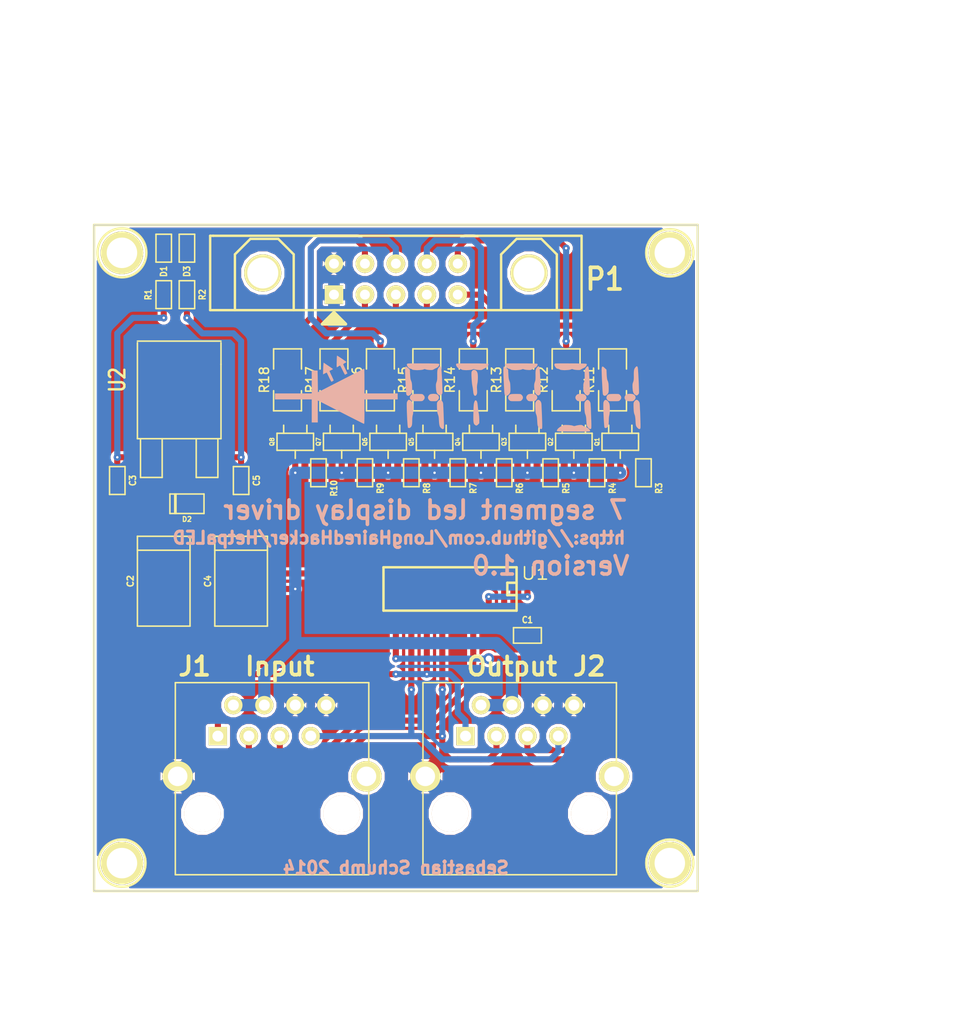
<source format=kicad_pcb>
(kicad_pcb (version 3) (host pcbnew "(2013-may-18)-stable")
  (layers (15 F.Cu signal) (0 B.Cu signal) (18 B.Paste user) (19 F.Paste user) (20 B.SilkS user) (21 F.SilkS user) (22 B.Mask user) (23 F.Mask user) (28 Edge.Cuts user))
  (net 0 "")
  (net 1 +24V)
  (net 2 +5V)
  (net 3 Clock)
  (net 4 Data_In)
  (net 5 Data_Out)
  (net 6 Enable)
  (net 7 FET_1)
  (net 8 FET_2)
  (net 9 FET_3)
  (net 10 FET_4)
  (net 11 FET_5)
  (net 12 FET_6)
  (net 13 FET_7)
  (net 14 FET_8)
  (net 15 GND)
  (net 16 N-000001)
  (net 17 N-0000010)
  (net 18 N-0000011)
  (net 19 N-0000021)
  (net 20 N-0000022)
  (net 21 N-0000024)
  (net 22 N-0000026)
  (net 23 N-000003)
  (net 24 N-0000033)
  (net 25 N-0000034)
  (net 26 N-0000036)
  (net 27 N-0000037)
  (net 28 N-000004)
  (net 29 N-0000041)
  (net 30 N-0000042)
  (net 31 N-000005)
  (net 32 N-000007)
  (net 33 N-000009)
  (net 34 Reset)
  (net 35 SEG_1)
  (net 36 SEG_2)
  (net 37 SEG_3)
  (net 38 SEG_4)
  (net 39 SEG_5)
  (net 40 SEG_6)
  (net 41 SEG_7)
  (net 42 SEG_8)
  (module RJ45_MEBP_8-8G (layer F.Cu) (at 134.62 82.55)
    (fp_text reference J2 (at 5.715 -12.065) (layer F.SilkS) (effects (font (size 1.524 1.524) (thickness 0.3048))))
    (fp_text value RJ45 hide)
    (pad "" np_thru_hole circle (at 5.715 0) (size 3 3) (drill 3) (layers *.Cu *.SilkS *.Mask))
    (pad "" np_thru_hole circle (at -5.715 0) (size 3 3) (drill 3) (layers *.Cu *.SilkS *.Mask))
    (pad 1 thru_hole rect (at -4.445 -6.35) (size 1.50114 1.50114) (drill 0.89916) (layers *.Cu *.Mask F.SilkS) (net 3 Clock))
    (pad 2 thru_hole circle (at -3.175 -8.89) (size 1.50114 1.50114) (drill 0.89916) (layers *.Cu *.Mask F.SilkS) (net 1 +24V))
    (pad 3 thru_hole circle (at -1.905 -6.35) (size 1.50114 1.50114) (drill 0.89916) (layers *.Cu *.Mask F.SilkS) (net 6 Enable))
    (pad 4 thru_hole circle (at -0.635 -8.89) (size 1.50114 1.50114) (drill 0.89916) (layers *.Cu *.Mask F.SilkS) (net 1 +24V))
    (pad 5 thru_hole circle (at 0.635 -6.35) (size 1.50114 1.50114) (drill 0.89916) (layers *.Cu *.Mask F.SilkS) (net 5 Data_Out))
    (pad 6 thru_hole circle (at 1.905 -8.89) (size 1.50114 1.50114) (drill 0.89916) (layers *.Cu *.Mask F.SilkS) (net 15 GND))
    (pad 7 thru_hole circle (at 3.175 -6.35) (size 1.50114 1.50114) (drill 0.89916) (layers *.Cu *.Mask F.SilkS) (net 34 Reset))
    (pad 8 thru_hole circle (at 4.445 -8.89) (size 1.50114 1.50114) (drill 0.89916) (layers *.Cu *.Mask F.SilkS) (net 15 GND))
    (pad 9 thru_hole circle (at -7.745 -3.05) (size 2.5 2.5) (drill 1.6) (layers *.Cu *.Mask F.SilkS) (net 15 GND))
    (pad 10 thru_hole circle (at 7.747 -3.05) (size 2.5 2.5) (drill 1.6) (layers *.Cu *.Mask F.SilkS))
  )
  (module RJ45_MEBP_8-8G (layer F.Cu) (at 114.3 82.55)
    (fp_text reference J1 (at -6.35 -12.065) (layer F.SilkS) (effects (font (size 1.524 1.524) (thickness 0.3048))))
    (fp_text value RJ45 hide)
    (pad "" np_thru_hole circle (at 5.715 0) (size 3 3) (drill 3) (layers *.Cu *.SilkS *.Mask))
    (pad "" np_thru_hole circle (at -5.715 0) (size 3 3) (drill 3) (layers *.Cu *.SilkS *.Mask))
    (pad 1 thru_hole rect (at -4.445 -6.35) (size 1.50114 1.50114) (drill 0.89916) (layers *.Cu *.Mask F.SilkS) (net 3 Clock))
    (pad 2 thru_hole circle (at -3.175 -8.89) (size 1.50114 1.50114) (drill 0.89916) (layers *.Cu *.Mask F.SilkS) (net 1 +24V))
    (pad 3 thru_hole circle (at -1.905 -6.35) (size 1.50114 1.50114) (drill 0.89916) (layers *.Cu *.Mask F.SilkS) (net 6 Enable))
    (pad 4 thru_hole circle (at -0.635 -8.89) (size 1.50114 1.50114) (drill 0.89916) (layers *.Cu *.Mask F.SilkS) (net 1 +24V))
    (pad 5 thru_hole circle (at 0.635 -6.35) (size 1.50114 1.50114) (drill 0.89916) (layers *.Cu *.Mask F.SilkS) (net 4 Data_In))
    (pad 6 thru_hole circle (at 1.905 -8.89) (size 1.50114 1.50114) (drill 0.89916) (layers *.Cu *.Mask F.SilkS) (net 15 GND))
    (pad 7 thru_hole circle (at 3.175 -6.35) (size 1.50114 1.50114) (drill 0.89916) (layers *.Cu *.Mask F.SilkS) (net 34 Reset))
    (pad 8 thru_hole circle (at 4.445 -8.89) (size 1.50114 1.50114) (drill 0.89916) (layers *.Cu *.Mask F.SilkS) (net 15 GND))
    (pad 9 thru_hole circle (at -7.745 -3.05) (size 2.5 2.5) (drill 1.6) (layers *.Cu *.Mask F.SilkS) (net 15 GND))
    (pad 10 thru_hole circle (at 7.747 -3.05) (size 2.5 2.5) (drill 1.6) (layers *.Cu *.Mask F.SilkS))
  )
  (module 1pin (layer F.Cu) (at 101.981 36.576)
    (fp_text reference 1PIN hide)
    (fp_text value P*** hide)
    (pad 1 thru_hole circle (at 0 0) (size 3.5 3.5) (drill 2.5) (layers *.Cu *.Mask F.SilkS))
  )
  (module 1pin (layer F.Cu) (at 101.981 86.614)
    (fp_text reference 1PIN hide)
    (fp_text value P*** hide)
    (pad 1 thru_hole circle (at 0 0) (size 3.5 3.5) (drill 2.5) (layers *.Cu *.Mask F.SilkS))
  )
  (module 1pin (layer F.Cu) (at 146.939 86.614)
    (fp_text reference 1PIN hide)
    (fp_text value P*** hide)
    (pad 1 thru_hole circle (at 0 0) (size 3.5 3.5) (drill 2.5) (layers *.Cu *.Mask F.SilkS))
  )
  (module 1pin (layer F.Cu) (at 146.939 36.576)
    (fp_text reference 1PIN hide)
    (fp_text value P*** hide)
    (pad 1 thru_hole circle (at 0 0) (size 3.5 3.5) (drill 2.5) (layers *.Cu *.Mask F.SilkS))
  )
  (module HE10-10C (layer F.Cu) (at 124.46 38.735 180)
    (fp_text reference P1 (at -17.145 0 360) (layer F.SilkS) (effects (font (size 1.77546 1.5875) (thickness 0.3048))))
    (fp_text value HE10-10 hide)
    (pad 0 thru_hole circle (at -10.922 0.508 180) (size 3.048 3.048) (drill 2.54) (layers *.Cu *.Mask F.SilkS))
    (pad 0 thru_hole circle (at 10.922 0.508 180) (size 3.048 3.048) (drill 2.54) (layers *.Cu *.Mask F.SilkS))
    (pad 1 thru_hole rect (at 5.08 -1.27 180) (size 1.524 1.524) (drill 0.8128) (layers *.Cu *.Mask F.SilkS) (net 15 GND))
    (pad 2 thru_hole circle (at 5.08 1.27 180) (size 1.524 1.524) (drill 0.8128) (layers *.Cu *.Mask F.SilkS) (net 15 GND))
    (pad 3 thru_hole circle (at 2.54 -1.27 180) (size 1.524 1.524) (drill 0.8128) (layers *.Cu *.Mask F.SilkS) (net 41 SEG_7))
    (pad 4 thru_hole circle (at 2.54 1.27 180) (size 1.524 1.524) (drill 0.8128) (layers *.Cu *.Mask F.SilkS) (net 42 SEG_8))
    (pad 5 thru_hole circle (at 0 -1.27 180) (size 1.524 1.524) (drill 0.8128) (layers *.Cu *.Mask F.SilkS) (net 39 SEG_5))
    (pad 6 thru_hole circle (at 0 1.27 180) (size 1.524 1.524) (drill 0.8128) (layers *.Cu *.Mask F.SilkS) (net 40 SEG_6))
    (pad 7 thru_hole circle (at -2.54 -1.27 180) (size 1.524 1.524) (drill 0.8128) (layers *.Cu *.Mask F.SilkS) (net 37 SEG_3))
    (pad 8 thru_hole circle (at -2.54 1.27 180) (size 1.524 1.524) (drill 0.8128) (layers *.Cu *.Mask F.SilkS) (net 38 SEG_4))
    (pad 9 thru_hole circle (at -5.08 -1.27 180) (size 1.524 1.524) (drill 0.8128) (layers *.Cu *.Mask F.SilkS) (net 35 SEG_1))
    (pad 10 thru_hole circle (at -5.08 1.27 180) (size 1.524 1.524) (drill 0.8128) (layers *.Cu *.Mask F.SilkS) (net 36 SEG_2))
  )
  (module c_tant_D (layer F.Cu) (at 111.76 63.5 90)
    (fp_text reference C4 (at 0 -2.7305 90) (layer F.SilkS) (effects (font (size 0.50038 0.50038) (thickness 0.11938))))
    (fp_text value 10uF hide)
    (pad 1 smd rect (at 2.99974 0 90) (size 2.55016 2.70002) (layers F.Cu F.Paste F.Mask) (net 2 +5V))
    (pad 2 smd rect (at -2.99974 0 90) (size 2.55016 3.79984) (layers F.Cu F.Paste F.Mask) (net 15 GND))
  )
  (module sot23 (layer F.Cu) (at 120.015 52.07 180)
    (fp_text reference Q7 (at 1.905 0 270) (layer F.SilkS) (effects (font (size 0.35 0.35) (thickness 0.0875))))
    (fp_text value NDS355 hide)
    (pad 1 smd rect (at -0.9525 1.05664 180) (size 0.59944 1.00076) (layers F.Cu F.Paste F.Mask) (net 26 N-0000036))
    (pad 2 smd rect (at 0 -1.05664 180) (size 0.59944 1.00076) (layers F.Cu F.Paste F.Mask) (net 1 +24V))
    (pad 3 smd rect (at 0.9525 1.05664 180) (size 0.59944 1.00076) (layers F.Cu F.Paste F.Mask) (net 25 N-0000034))
  )
  (module sot23 (layer F.Cu) (at 142.875 52.07 180)
    (fp_text reference Q1 (at 1.905 0 270) (layer F.SilkS) (effects (font (size 0.35 0.35) (thickness 0.0875))))
    (fp_text value NDS355 hide)
    (pad 1 smd rect (at -0.9525 1.05664 180) (size 0.59944 1.00076) (layers F.Cu F.Paste F.Mask) (net 19 N-0000021))
    (pad 2 smd rect (at 0 -1.05664 180) (size 0.59944 1.00076) (layers F.Cu F.Paste F.Mask) (net 1 +24V))
    (pad 3 smd rect (at 0.9525 1.05664 180) (size 0.59944 1.00076) (layers F.Cu F.Paste F.Mask) (net 18 N-0000011))
  )
  (module sot23 (layer F.Cu) (at 123.825 52.07 180)
    (fp_text reference Q6 (at 1.905 0 270) (layer F.SilkS) (effects (font (size 0.35 0.35) (thickness 0.0875))))
    (fp_text value NDS355 hide)
    (pad 1 smd rect (at -0.9525 1.05664 180) (size 0.59944 1.00076) (layers F.Cu F.Paste F.Mask) (net 24 N-0000033))
    (pad 2 smd rect (at 0 -1.05664 180) (size 0.59944 1.00076) (layers F.Cu F.Paste F.Mask) (net 1 +24V))
    (pad 3 smd rect (at 0.9525 1.05664 180) (size 0.59944 1.00076) (layers F.Cu F.Paste F.Mask) (net 17 N-0000010))
  )
  (module sot23 (layer F.Cu) (at 139.065 52.07 180)
    (fp_text reference Q2 (at 1.905 0 270) (layer F.SilkS) (effects (font (size 0.35 0.35) (thickness 0.0875))))
    (fp_text value NDS355 hide)
    (pad 1 smd rect (at -0.9525 1.05664 180) (size 0.59944 1.00076) (layers F.Cu F.Paste F.Mask) (net 21 N-0000024))
    (pad 2 smd rect (at 0 -1.05664 180) (size 0.59944 1.00076) (layers F.Cu F.Paste F.Mask) (net 1 +24V))
    (pad 3 smd rect (at 0.9525 1.05664 180) (size 0.59944 1.00076) (layers F.Cu F.Paste F.Mask) (net 20 N-0000022))
  )
  (module sot23 (layer F.Cu) (at 116.205 52.07 180)
    (fp_text reference Q8 (at 1.905 0 270) (layer F.SilkS) (effects (font (size 0.35 0.35) (thickness 0.0875))))
    (fp_text value NDS355 hide)
    (pad 1 smd rect (at -0.9525 1.05664 180) (size 0.59944 1.00076) (layers F.Cu F.Paste F.Mask) (net 22 N-0000026))
    (pad 2 smd rect (at 0 -1.05664 180) (size 0.59944 1.00076) (layers F.Cu F.Paste F.Mask) (net 1 +24V))
    (pad 3 smd rect (at 0.9525 1.05664 180) (size 0.59944 1.00076) (layers F.Cu F.Paste F.Mask) (net 27 N-0000037))
  )
  (module sot23 (layer F.Cu) (at 135.255 52.07 180)
    (fp_text reference Q3 (at 1.905 0 270) (layer F.SilkS) (effects (font (size 0.35 0.35) (thickness 0.0875))))
    (fp_text value NDS355 hide)
    (pad 1 smd rect (at -0.9525 1.05664 180) (size 0.59944 1.00076) (layers F.Cu F.Paste F.Mask) (net 28 N-000004))
    (pad 2 smd rect (at 0 -1.05664 180) (size 0.59944 1.00076) (layers F.Cu F.Paste F.Mask) (net 1 +24V))
    (pad 3 smd rect (at 0.9525 1.05664 180) (size 0.59944 1.00076) (layers F.Cu F.Paste F.Mask) (net 23 N-000003))
  )
  (module sot23 (layer F.Cu) (at 131.445 52.07 180)
    (fp_text reference Q4 (at 1.905 0 270) (layer F.SilkS) (effects (font (size 0.35 0.35) (thickness 0.0875))))
    (fp_text value NDS355 hide)
    (pad 1 smd rect (at -0.9525 1.05664 180) (size 0.59944 1.00076) (layers F.Cu F.Paste F.Mask) (net 16 N-000001))
    (pad 2 smd rect (at 0 -1.05664 180) (size 0.59944 1.00076) (layers F.Cu F.Paste F.Mask) (net 1 +24V))
    (pad 3 smd rect (at 0.9525 1.05664 180) (size 0.59944 1.00076) (layers F.Cu F.Paste F.Mask) (net 31 N-000005))
  )
  (module sot23 (layer F.Cu) (at 127.635 52.07 180)
    (fp_text reference Q5 (at 1.905 0 270) (layer F.SilkS) (effects (font (size 0.35 0.35) (thickness 0.0875))))
    (fp_text value NDS355 hide)
    (pad 1 smd rect (at -0.9525 1.05664 180) (size 0.59944 1.00076) (layers F.Cu F.Paste F.Mask) (net 33 N-000009))
    (pad 2 smd rect (at 0 -1.05664 180) (size 0.59944 1.00076) (layers F.Cu F.Paste F.Mask) (net 1 +24V))
    (pad 3 smd rect (at 0.9525 1.05664 180) (size 0.59944 1.00076) (layers F.Cu F.Paste F.Mask) (net 32 N-000007))
  )
  (module sod123 (layer F.Cu) (at 107.315 57.15 180)
    (fp_text reference D2 (at 0 -1.27 180) (layer F.SilkS) (effects (font (size 0.39878 0.39878) (thickness 0.09906))))
    (fp_text value BAT42W hide)
    (pad 2 smd rect (at 1.67386 0 180) (size 0.8509 0.8509) (layers F.Cu F.Paste F.Mask) (net 1 +24V))
    (pad 1 smd rect (at -1.67386 0 180) (size 0.8509 0.8509) (layers F.Cu F.Paste F.Mask) (net 2 +5V))
  )
  (module SO16E (layer F.Cu) (at 128.905 64.135 180)
    (fp_text reference U1 (at -6.985 1.27 180) (layer F.SilkS) (effects (font (size 1.016 1.143) (thickness 0.127))))
    (fp_text value 74HC595 hide)
    (pad 1 smd rect (at -4.445 2.54 180) (size 0.508 1.143) (layers F.Cu F.Paste F.Mask) (net 8 FET_2))
    (pad 2 smd rect (at -3.175 2.54 180) (size 0.508 1.143) (layers F.Cu F.Paste F.Mask) (net 9 FET_3))
    (pad 3 smd rect (at -1.905 2.54 180) (size 0.508 1.143) (layers F.Cu F.Paste F.Mask) (net 10 FET_4))
    (pad 4 smd rect (at -0.635 2.54 180) (size 0.508 1.143) (layers F.Cu F.Paste F.Mask) (net 11 FET_5))
    (pad 5 smd rect (at 0.635 2.54 180) (size 0.508 1.143) (layers F.Cu F.Paste F.Mask) (net 12 FET_6))
    (pad 6 smd rect (at 1.905 2.54 180) (size 0.508 1.143) (layers F.Cu F.Paste F.Mask) (net 13 FET_7))
    (pad 7 smd rect (at 3.175 2.54 180) (size 0.508 1.143) (layers F.Cu F.Paste F.Mask) (net 14 FET_8))
    (pad 8 smd rect (at 4.445 2.54 180) (size 0.508 1.143) (layers F.Cu F.Paste F.Mask) (net 15 GND))
    (pad 9 smd rect (at 4.445 -2.54 180) (size 0.508 1.143) (layers F.Cu F.Paste F.Mask) (net 5 Data_Out))
    (pad 10 smd rect (at 3.175 -2.54 180) (size 0.508 1.143) (layers F.Cu F.Paste F.Mask) (net 34 Reset))
    (pad 11 smd rect (at 1.905 -2.54 180) (size 0.508 1.143) (layers F.Cu F.Paste F.Mask) (net 3 Clock))
    (pad 12 smd rect (at 0.635 -2.54 180) (size 0.508 1.143) (layers F.Cu F.Paste F.Mask) (net 6 Enable))
    (pad 13 smd rect (at -0.635 -2.54 180) (size 0.508 1.143) (layers F.Cu F.Paste F.Mask) (net 15 GND))
    (pad 14 smd rect (at -1.905 -2.54 180) (size 0.508 1.143) (layers F.Cu F.Paste F.Mask) (net 4 Data_In))
    (pad 15 smd rect (at -3.175 -2.54 180) (size 0.508 1.143) (layers F.Cu F.Paste F.Mask) (net 7 FET_1))
    (pad 16 smd rect (at -4.445 -2.54 180) (size 0.508 1.143) (layers F.Cu F.Paste F.Mask) (net 2 +5V))
  )
  (module SM1206 (layer F.Cu) (at 130.81 46.99 90)
    (fp_text reference R14 (at 0 -1.905 90) (layer F.SilkS) (effects (font (size 0.762 0.762) (thickness 0.127))))
    (fp_text value 160 hide)
    (pad 1 smd rect (at -1.651 0 90) (size 1.524 2.032) (layers F.Cu F.Paste F.Mask) (net 31 N-000005))
    (pad 2 smd rect (at 1.651 0 90) (size 1.524 2.032) (layers F.Cu F.Paste F.Mask) (net 38 SEG_4))
  )
  (module SM1206 (layer F.Cu) (at 123.19 46.99 90)
    (fp_text reference R16 (at 0 -1.905 90) (layer F.SilkS) (effects (font (size 0.762 0.762) (thickness 0.127))))
    (fp_text value 160 hide)
    (pad 1 smd rect (at -1.651 0 90) (size 1.524 2.032) (layers F.Cu F.Paste F.Mask) (net 17 N-0000010))
    (pad 2 smd rect (at 1.651 0 90) (size 1.524 2.032) (layers F.Cu F.Paste F.Mask) (net 40 SEG_6))
  )
  (module SM1206 (layer F.Cu) (at 127 46.99 90)
    (fp_text reference R15 (at 0 -1.905 90) (layer F.SilkS) (effects (font (size 0.762 0.762) (thickness 0.127))))
    (fp_text value 160 hide)
    (pad 1 smd rect (at -1.651 0 90) (size 1.524 2.032) (layers F.Cu F.Paste F.Mask) (net 32 N-000007))
    (pad 2 smd rect (at 1.651 0 90) (size 1.524 2.032) (layers F.Cu F.Paste F.Mask) (net 39 SEG_5))
  )
  (module SM1206 (layer F.Cu) (at 119.38 46.99 90)
    (fp_text reference R17 (at 0 -1.905 90) (layer F.SilkS) (effects (font (size 0.762 0.762) (thickness 0.127))))
    (fp_text value 470 hide)
    (pad 1 smd rect (at -1.651 0 90) (size 1.524 2.032) (layers F.Cu F.Paste F.Mask) (net 25 N-0000034))
    (pad 2 smd rect (at 1.651 0 90) (size 1.524 2.032) (layers F.Cu F.Paste F.Mask) (net 41 SEG_7))
  )
  (module SM1206 (layer F.Cu) (at 134.62 46.99 90)
    (fp_text reference R13 (at 0 -1.905 90) (layer F.SilkS) (effects (font (size 0.762 0.762) (thickness 0.127))))
    (fp_text value 160 hide)
    (pad 1 smd rect (at -1.651 0 90) (size 1.524 2.032) (layers F.Cu F.Paste F.Mask) (net 23 N-000003))
    (pad 2 smd rect (at 1.651 0 90) (size 1.524 2.032) (layers F.Cu F.Paste F.Mask) (net 37 SEG_3))
  )
  (module SM1206 (layer F.Cu) (at 138.43 46.99 90)
    (fp_text reference R12 (at 0 -1.905 90) (layer F.SilkS) (effects (font (size 0.762 0.762) (thickness 0.127))))
    (fp_text value 160 hide)
    (pad 1 smd rect (at -1.651 0 90) (size 1.524 2.032) (layers F.Cu F.Paste F.Mask) (net 20 N-0000022))
    (pad 2 smd rect (at 1.651 0 90) (size 1.524 2.032) (layers F.Cu F.Paste F.Mask) (net 36 SEG_2))
  )
  (module SM1206 (layer F.Cu) (at 142.24 46.99 90)
    (fp_text reference R11 (at 0 -1.905 90) (layer F.SilkS) (effects (font (size 0.762 0.762) (thickness 0.127))))
    (fp_text value 160 hide)
    (pad 1 smd rect (at -1.651 0 90) (size 1.524 2.032) (layers F.Cu F.Paste F.Mask) (net 18 N-0000011))
    (pad 2 smd rect (at 1.651 0 90) (size 1.524 2.032) (layers F.Cu F.Paste F.Mask) (net 35 SEG_1))
  )
  (module SM1206 (layer F.Cu) (at 115.57 46.99 90)
    (fp_text reference R18 (at 0 -1.905 90) (layer F.SilkS) (effects (font (size 0.762 0.762) (thickness 0.127))))
    (fp_text value 470 hide)
    (pad 1 smd rect (at -1.651 0 90) (size 1.524 2.032) (layers F.Cu F.Paste F.Mask) (net 27 N-0000037))
    (pad 2 smd rect (at 1.651 0 90) (size 1.524 2.032) (layers F.Cu F.Paste F.Mask) (net 42 SEG_8))
  )
  (module SM0603 (layer F.Cu) (at 107.315 40.005 90)
    (fp_text reference R2 (at 0 1.27 90) (layer F.SilkS) (effects (font (size 0.508 0.4572) (thickness 0.1143))))
    (fp_text value 1k hide)
    (pad 1 smd rect (at -0.762 0 90) (size 0.635 1.143) (layers F.Cu F.Paste F.Mask) (net 2 +5V))
    (pad 2 smd rect (at 0.762 0 90) (size 0.635 1.143) (layers F.Cu F.Paste F.Mask) (net 30 N-0000042))
  )
  (module SM0603 (layer F.Cu) (at 144.78 54.61 270)
    (fp_text reference R3 (at 1.27 -1.27 270) (layer F.SilkS) (effects (font (size 0.508 0.4572) (thickness 0.1143))))
    (fp_text value 200 hide)
    (pad 1 smd rect (at -0.762 0 270) (size 0.635 1.143) (layers F.Cu F.Paste F.Mask) (net 19 N-0000021))
    (pad 2 smd rect (at 0.762 0 270) (size 0.635 1.143) (layers F.Cu F.Paste F.Mask) (net 7 FET_1))
  )
  (module SM0603 (layer F.Cu) (at 101.6 55.245 270)
    (fp_text reference C3 (at 0 -1.27 270) (layer F.SilkS) (effects (font (size 0.508 0.4572) (thickness 0.1143))))
    (fp_text value 100nF hide)
    (pad 1 smd rect (at -0.762 0 270) (size 0.635 1.143) (layers F.Cu F.Paste F.Mask) (net 1 +24V))
    (pad 2 smd rect (at 0.762 0 270) (size 0.635 1.143) (layers F.Cu F.Paste F.Mask) (net 15 GND))
  )
  (module SM0603 (layer F.Cu) (at 140.97 54.61 270)
    (fp_text reference R4 (at 1.27 -1.27 270) (layer F.SilkS) (effects (font (size 0.508 0.4572) (thickness 0.1143))))
    (fp_text value 200 hide)
    (pad 1 smd rect (at -0.762 0 270) (size 0.635 1.143) (layers F.Cu F.Paste F.Mask) (net 21 N-0000024))
    (pad 2 smd rect (at 0.762 0 270) (size 0.635 1.143) (layers F.Cu F.Paste F.Mask) (net 8 FET_2))
  )
  (module SM0603 (layer F.Cu) (at 137.16 54.61 270)
    (fp_text reference R5 (at 1.27 -1.27 270) (layer F.SilkS) (effects (font (size 0.508 0.4572) (thickness 0.1143))))
    (fp_text value 200 hide)
    (pad 1 smd rect (at -0.762 0 270) (size 0.635 1.143) (layers F.Cu F.Paste F.Mask) (net 28 N-000004))
    (pad 2 smd rect (at 0.762 0 270) (size 0.635 1.143) (layers F.Cu F.Paste F.Mask) (net 9 FET_3))
  )
  (module SM0603 (layer F.Cu) (at 133.35 54.61 270)
    (fp_text reference R6 (at 1.27 -1.27 270) (layer F.SilkS) (effects (font (size 0.508 0.4572) (thickness 0.1143))))
    (fp_text value 200 hide)
    (pad 1 smd rect (at -0.762 0 270) (size 0.635 1.143) (layers F.Cu F.Paste F.Mask) (net 16 N-000001))
    (pad 2 smd rect (at 0.762 0 270) (size 0.635 1.143) (layers F.Cu F.Paste F.Mask) (net 10 FET_4))
  )
  (module SM0603 (layer F.Cu) (at 107.315 36.195 90)
    (fp_text reference D3 (at -1.905 0 90) (layer F.SilkS) (effects (font (size 0.508 0.4572) (thickness 0.1143))))
    (fp_text value LED hide)
    (pad 1 smd rect (at -0.762 0 90) (size 0.635 1.143) (layers F.Cu F.Paste F.Mask) (net 30 N-0000042))
    (pad 2 smd rect (at 0.762 0 90) (size 0.635 1.143) (layers F.Cu F.Paste F.Mask) (net 15 GND))
  )
  (module SM0603 (layer F.Cu) (at 105.41 40.005 90)
    (fp_text reference R1 (at 0 -1.27 90) (layer F.SilkS) (effects (font (size 0.508 0.4572) (thickness 0.1143))))
    (fp_text value 1k hide)
    (pad 1 smd rect (at -0.762 0 90) (size 0.635 1.143) (layers F.Cu F.Paste F.Mask) (net 1 +24V))
    (pad 2 smd rect (at 0.762 0 90) (size 0.635 1.143) (layers F.Cu F.Paste F.Mask) (net 29 N-0000041))
  )
  (module SM0603 (layer F.Cu) (at 129.54 54.61 270)
    (fp_text reference R7 (at 1.27 -1.27 270) (layer F.SilkS) (effects (font (size 0.508 0.4572) (thickness 0.1143))))
    (fp_text value 200 hide)
    (pad 1 smd rect (at -0.762 0 270) (size 0.635 1.143) (layers F.Cu F.Paste F.Mask) (net 33 N-000009))
    (pad 2 smd rect (at 0.762 0 270) (size 0.635 1.143) (layers F.Cu F.Paste F.Mask) (net 11 FET_5))
  )
  (module SM0603 (layer F.Cu) (at 105.41 36.195 90)
    (fp_text reference D1 (at -1.905 0 90) (layer F.SilkS) (effects (font (size 0.508 0.4572) (thickness 0.1143))))
    (fp_text value LED hide)
    (pad 1 smd rect (at -0.762 0 90) (size 0.635 1.143) (layers F.Cu F.Paste F.Mask) (net 29 N-0000041))
    (pad 2 smd rect (at 0.762 0 90) (size 0.635 1.143) (layers F.Cu F.Paste F.Mask) (net 15 GND))
  )
  (module SM0603 (layer F.Cu) (at 135.255 67.945)
    (fp_text reference C1 (at 0 -1.27) (layer F.SilkS) (effects (font (size 0.508 0.4572) (thickness 0.1143))))
    (fp_text value 100n hide)
    (pad 1 smd rect (at -0.762 0) (size 0.635 1.143) (layers F.Cu F.Paste F.Mask) (net 2 +5V))
    (pad 2 smd rect (at 0.762 0) (size 0.635 1.143) (layers F.Cu F.Paste F.Mask) (net 15 GND))
  )
  (module SM0603 (layer F.Cu) (at 125.73 54.61 270)
    (fp_text reference R8 (at 1.27 -1.27 270) (layer F.SilkS) (effects (font (size 0.508 0.4572) (thickness 0.1143))))
    (fp_text value 200 hide)
    (pad 1 smd rect (at -0.762 0 270) (size 0.635 1.143) (layers F.Cu F.Paste F.Mask) (net 24 N-0000033))
    (pad 2 smd rect (at 0.762 0 270) (size 0.635 1.143) (layers F.Cu F.Paste F.Mask) (net 12 FET_6))
  )
  (module SM0603 (layer F.Cu) (at 118.11 54.61 270)
    (fp_text reference R10 (at 1.27 -1.27 270) (layer F.SilkS) (effects (font (size 0.508 0.4572) (thickness 0.1143))))
    (fp_text value 200 hide)
    (pad 1 smd rect (at -0.762 0 270) (size 0.635 1.143) (layers F.Cu F.Paste F.Mask) (net 22 N-0000026))
    (pad 2 smd rect (at 0.762 0 270) (size 0.635 1.143) (layers F.Cu F.Paste F.Mask) (net 14 FET_8))
  )
  (module SM0603 (layer F.Cu) (at 121.92 54.61 270)
    (fp_text reference R9 (at 1.27 -1.27 270) (layer F.SilkS) (effects (font (size 0.508 0.4572) (thickness 0.1143))))
    (fp_text value 200 hide)
    (pad 1 smd rect (at -0.762 0 270) (size 0.635 1.143) (layers F.Cu F.Paste F.Mask) (net 26 N-0000036))
    (pad 2 smd rect (at 0.762 0 270) (size 0.635 1.143) (layers F.Cu F.Paste F.Mask) (net 13 FET_7))
  )
  (module DPAK2 (layer F.Cu) (at 106.68 53.34)
    (fp_text reference U2 (at -5.08 -6.35 90) (layer F.SilkS) (effects (font (size 1.27 1.016) (thickness 0.2032))))
    (fp_text value TS2937 hide)
    (pad 1 smd rect (at -2.286 0) (size 1.651 3.048) (layers F.Cu F.Paste F.Mask) (net 1 +24V))
    (pad 2 smd rect (at 0 -6.35) (size 6.096 6.096) (layers F.Cu F.Paste F.Mask) (net 15 GND))
    (pad 3 smd rect (at 2.286 0) (size 1.651 3.048) (layers F.Cu F.Paste F.Mask) (net 2 +5V))
  )
  (module c_tant_D (layer F.Cu) (at 105.41 63.5 90)
    (fp_text reference C2 (at 0 -2.7305 90) (layer F.SilkS) (effects (font (size 0.50038 0.50038) (thickness 0.11938))))
    (fp_text value 10uF hide)
    (pad 1 smd rect (at 2.99974 0 90) (size 2.55016 2.70002) (layers F.Cu F.Paste F.Mask) (net 1 +24V))
    (pad 2 smd rect (at -2.99974 0 90) (size 2.55016 3.79984) (layers F.Cu F.Paste F.Mask) (net 15 GND))
  )
  (module SM0603 (layer F.Cu) (at 111.76 55.245 270)
    (fp_text reference C5 (at 0 -1.27 270) (layer F.SilkS) (effects (font (size 0.508 0.4572) (thickness 0.1143))))
    (fp_text value 100nF hide)
    (pad 1 smd rect (at -0.762 0 270) (size 0.635 1.143) (layers F.Cu F.Paste F.Mask) (net 2 +5V))
    (pad 2 smd rect (at 0.762 0 270) (size 0.635 1.143) (layers F.Cu F.Paste F.Mask) (net 15 GND))
  )
  (module logo_silkbot_30_00mm (layer B.Cu) (at 129.54 48.133)
    (fp_text reference G*** hide)
    (fp_text value logo_silkbot_30_00mm hide)
  )
  (gr_line (start 149.225 88.9) (end 149.225 34.29) (angle 90) (layer F.SilkS) (width 0.2))
  (gr_line (start 99.695 88.9) (end 149.225 88.9) (angle 90) (layer F.SilkS) (width 0.2))
  (gr_line (start 99.695 34.29) (end 99.695 88.9) (angle 90) (layer F.SilkS) (width 0.2))
  (gr_line (start 149.225 34.29) (end 99.695 34.29) (angle 90) (layer F.SilkS) (width 0.2))
  (gr_text "Version 1.0" (at 137.16 62.23) (layer B.SilkS) (effects (font (size 1.5 1.5) (thickness 0.3)) (justify mirror)))
  (gr_text "Sebastian Schumb 2014" (at 124.46 86.995) (layer B.SilkS) (effects (font (size 1 1) (thickness 0.25)) (justify mirror)))
  (gr_text Output (at 133.985 70.485) (layer F.SilkS) (effects (font (size 1.5 1.5) (thickness 0.3))))
  (gr_text Input (at 114.935 70.485) (layer F.SilkS) (effects (font (size 1.5 1.5) (thickness 0.3))))
  (gr_text https://github.com/LongHairedHacker/HetpaLED (at 124.714 59.944) (layer B.SilkS) (effects (font (size 1 1) (thickness 0.25)) (justify mirror)))
  (gr_text "7 segment led display driver" (at 126.873 57.658) (layer B.SilkS) (effects (font (size 1.5 1.5) (thickness 0.3)) (justify mirror)))
  (gr_line (start 99.695 34.29) (end 149.225 34.29) (angle 90) (layer Edge.Cuts) (width 0.1))
  (gr_line (start 99.695 88.9) (end 99.695 34.29) (angle 90) (layer Edge.Cuts) (width 0.1))
  (gr_line (start 149.225 88.9) (end 99.695 88.9) (angle 90) (layer Edge.Cuts) (width 0.1))
  (gr_line (start 149.225 34.29) (end 149.225 88.9) (angle 90) (layer Edge.Cuts) (width 0.1))
  (segment (start 105.41 40.767) (end 105.41 41.91) (width 0.5) (layer F.Cu) (net 1))
  (via (at 105.41 41.91) (size 0.6) (drill 0.2) (layers F.Cu B.Cu) (net 1))
  (segment (start 102.87 41.91) (end 105.41 41.91) (width 0.5) (layer B.Cu) (net 1))
  (segment (start 101.6 43.18) (end 102.87 41.91) (width 0.5) (layer B.Cu) (net 1))
  (segment (start 101.6 43.18) (end 101.6 53.34) (width 0.5) (layer B.Cu) (net 1))
  (via (at 101.6 53.34) (size 0.6) (drill 0.2) (layers F.Cu B.Cu) (net 1))
  (segment (start 116.205 68.58) (end 132.715 68.58) (width 1) (layer B.Cu) (net 1))
  (via (at 116.205 64.135) (size 0.6) (drill 0.2) (layers F.Cu B.Cu) (net 1))
  (segment (start 116.205 64.135) (end 106.045 64.135) (width 0.5) (layer F.Cu) (net 1))
  (segment (start 105.41 63.5) (end 106.045 64.135) (width 0.5) (layer F.Cu) (net 1))
  (segment (start 105.41 63.5) (end 105.41 60.50026) (width 0.5) (layer F.Cu) (net 1))
  (segment (start 105.64114 57.15) (end 105.64114 58.18886) (width 0.5) (layer F.Cu) (net 1))
  (segment (start 105.41 58.42) (end 105.41 60.50026) (width 0.5) (layer F.Cu) (net 1))
  (segment (start 105.64114 58.18886) (end 105.41 58.42) (width 0.5) (layer F.Cu) (net 1))
  (segment (start 105.64114 57.15) (end 105.64114 56.11114) (width 0.5) (layer F.Cu) (net 1))
  (segment (start 104.394 54.864) (end 105.41 55.88) (width 0.5) (layer F.Cu) (net 1))
  (segment (start 104.394 54.864) (end 104.394 53.34) (width 0.5) (layer F.Cu) (net 1))
  (segment (start 105.64114 56.11114) (end 105.41 55.88) (width 0.5) (layer F.Cu) (net 1))
  (segment (start 101.6 54.483) (end 101.6 53.34) (width 0.5) (layer F.Cu) (net 1))
  (segment (start 101.6 53.34) (end 104.394 53.34) (width 0.5) (layer F.Cu) (net 1))
  (segment (start 133.985 73.66) (end 133.985 69.85) (width 1) (layer B.Cu) (net 1))
  (segment (start 133.985 69.85) (end 132.715 68.58) (width 1) (layer B.Cu) (net 1))
  (segment (start 116.205 68.58) (end 116.205 68.58) (width 1) (layer B.Cu) (net 1))
  (segment (start 116.205 68.58) (end 116.205 66.675) (width 1) (layer B.Cu) (net 1))
  (segment (start 113.665 71.12) (end 116.205 68.58) (width 1) (layer B.Cu) (net 1))
  (segment (start 113.665 71.12) (end 113.665 71.12) (width 1) (layer B.Cu) (net 1))
  (segment (start 113.665 71.12) (end 113.665 73.66) (width 1) (layer B.Cu) (net 1))
  (segment (start 116.205 66.675) (end 116.205 64.135) (width 1) (layer B.Cu) (net 1))
  (segment (start 116.205 64.135) (end 116.205 63.5) (width 1) (layer B.Cu) (net 1))
  (segment (start 116.205 63.5) (end 116.205 54.61) (width 1) (layer B.Cu) (net 1))
  (segment (start 131.445 73.66) (end 133.985 73.66) (width 1) (layer B.Cu) (net 1))
  (segment (start 111.125 73.66) (end 113.665 73.66) (width 1) (layer B.Cu) (net 1))
  (segment (start 135.255 53.12664) (end 135.255 54.61) (width 0.5) (layer F.Cu) (net 1))
  (via (at 135.255 54.61) (size 0.6) (drill 0.2) (layers F.Cu B.Cu) (net 1))
  (via (at 142.875 54.61) (size 0.6) (drill 0.2) (layers F.Cu B.Cu) (net 1))
  (segment (start 139.065 54.61) (end 142.875 54.61) (width 1) (layer B.Cu) (net 1))
  (segment (start 142.875 54.61) (end 142.875 53.12664) (width 0.5) (layer F.Cu) (net 1))
  (segment (start 139.065 53.12664) (end 139.065 54.61) (width 0.5) (layer F.Cu) (net 1))
  (via (at 139.065 54.61) (size 0.6) (drill 0.2) (layers F.Cu B.Cu) (net 1))
  (via (at 131.445 54.61) (size 0.6) (drill 0.2) (layers F.Cu B.Cu) (net 1))
  (segment (start 131.445 54.61) (end 131.445 53.12664) (width 0.5) (layer F.Cu) (net 1))
  (via (at 127.635 54.61) (size 0.6) (drill 0.2) (layers F.Cu B.Cu) (net 1))
  (segment (start 127.635 53.12664) (end 127.635 54.61) (width 0.5) (layer F.Cu) (net 1))
  (via (at 123.825 54.61) (size 0.6) (drill 0.2) (layers F.Cu B.Cu) (net 1))
  (segment (start 123.825 54.61) (end 123.825 53.12664) (width 0.5) (layer F.Cu) (net 1))
  (segment (start 120.015 53.12664) (end 120.015 54.61) (width 0.5) (layer F.Cu) (net 1))
  (via (at 120.015 54.61) (size 0.6) (drill 0.2) (layers F.Cu B.Cu) (net 1))
  (via (at 116.205 54.61) (size 0.6) (drill 0.2) (layers F.Cu B.Cu) (net 1))
  (segment (start 116.205 54.61) (end 116.205 53.12664) (width 0.5) (layer F.Cu) (net 1))
  (segment (start 139.065 54.61) (end 135.255 54.61) (width 1) (layer B.Cu) (net 1))
  (segment (start 135.255 54.61) (end 131.445 54.61) (width 1) (layer B.Cu) (net 1))
  (segment (start 131.445 54.61) (end 127.635 54.61) (width 1) (layer B.Cu) (net 1))
  (segment (start 127.635 54.61) (end 123.825 54.61) (width 1) (layer B.Cu) (net 1))
  (segment (start 123.825 54.61) (end 120.015 54.61) (width 1) (layer B.Cu) (net 1))
  (segment (start 120.015 54.61) (end 116.205 54.61) (width 1) (layer B.Cu) (net 1))
  (segment (start 107.315 40.767) (end 107.315 41.91) (width 0.5) (layer F.Cu) (net 2))
  (via (at 107.315 41.91) (size 0.6) (drill 0.2) (layers F.Cu B.Cu) (net 2))
  (segment (start 107.315 41.91) (end 108.585 43.18) (width 0.5) (layer B.Cu) (net 2))
  (segment (start 108.585 43.18) (end 111.125 43.18) (width 0.5) (layer B.Cu) (net 2))
  (segment (start 111.125 43.18) (end 111.76 43.815) (width 0.5) (layer B.Cu) (net 2))
  (via (at 111.76 53.34) (size 0.6) (drill 0.2) (layers F.Cu B.Cu) (net 2))
  (segment (start 111.76 43.815) (end 111.76 53.34) (width 0.5) (layer B.Cu) (net 2))
  (segment (start 134.493 67.945) (end 133.985 67.945) (width 0.5) (layer F.Cu) (net 2))
  (segment (start 133.35 67.31) (end 133.985 67.945) (width 0.5) (layer F.Cu) (net 2))
  (segment (start 133.35 67.31) (end 133.35 66.675) (width 0.5) (layer F.Cu) (net 2))
  (segment (start 133.35 66.675) (end 133.35 64.135) (width 0.5) (layer F.Cu) (net 2))
  (segment (start 132.715 63.5) (end 133.35 64.135) (width 0.5) (layer F.Cu) (net 2))
  (segment (start 112.395 62.865) (end 123.19 62.865) (width 0.5) (layer F.Cu) (net 2))
  (segment (start 111.76 62.23) (end 112.395 62.865) (width 0.5) (layer F.Cu) (net 2))
  (segment (start 111.76 62.23) (end 111.76 60.50026) (width 0.5) (layer F.Cu) (net 2))
  (segment (start 123.19 62.865) (end 123.825 63.5) (width 0.5) (layer F.Cu) (net 2))
  (segment (start 123.825 63.5) (end 132.715 63.5) (width 0.5) (layer F.Cu) (net 2))
  (segment (start 111.76 53.34) (end 111.76 54.483) (width 0.5) (layer F.Cu) (net 2))
  (segment (start 108.966 53.34) (end 111.76 53.34) (width 0.5) (layer F.Cu) (net 2))
  (segment (start 111.76 53.34) (end 111.76 53.34) (width 0.5) (layer F.Cu) (net 2))
  (segment (start 108.98886 57.15) (end 110.49 57.15) (width 0.5) (layer F.Cu) (net 2))
  (segment (start 110.49 57.15) (end 111.76 58.42) (width 0.5) (layer F.Cu) (net 2))
  (segment (start 111.76 58.42) (end 111.76 60.50026) (width 0.5) (layer F.Cu) (net 2))
  (segment (start 108.966 53.34) (end 108.966 57.12714) (width 0.5) (layer F.Cu) (net 2))
  (segment (start 108.966 57.12714) (end 108.98886 57.15) (width 0.5) (layer F.Cu) (net 2))
  (via (at 124.46 71.12) (size 0.6) (drill 0.2) (layers F.Cu B.Cu) (net 3))
  (segment (start 109.855 76.2) (end 109.855 74.93) (width 0.5) (layer F.Cu) (net 3))
  (segment (start 109.22 72.39) (end 110.49 71.12) (width 0.5) (layer F.Cu) (net 3))
  (segment (start 109.22 74.295) (end 109.22 72.39) (width 0.5) (layer F.Cu) (net 3))
  (segment (start 109.855 74.93) (end 109.22 74.295) (width 0.5) (layer F.Cu) (net 3))
  (segment (start 124.46 71.12) (end 127 71.12) (width 0.5) (layer B.Cu) (net 3))
  (segment (start 124.46 71.12) (end 110.49 71.12) (width 0.5) (layer F.Cu) (net 3))
  (segment (start 129.54 71.755) (end 129.54 74.295) (width 0.5) (layer B.Cu) (net 3))
  (segment (start 127 71.12) (end 128.905 71.12) (width 0.5) (layer B.Cu) (net 3))
  (segment (start 128.905 71.12) (end 129.54 71.755) (width 0.5) (layer B.Cu) (net 3))
  (via (at 127 71.12) (size 0.6) (drill 0.2) (layers F.Cu B.Cu) (net 3))
  (segment (start 130.175 74.93) (end 130.175 76.2) (width 0.5) (layer B.Cu) (net 3))
  (segment (start 129.54 74.295) (end 130.175 74.93) (width 0.5) (layer B.Cu) (net 3))
  (segment (start 127 66.675) (end 127 71.12) (width 0.5) (layer F.Cu) (net 3))
  (segment (start 127.635 74.93) (end 121.285 74.93) (width 0.5) (layer F.Cu) (net 4))
  (segment (start 118.11 78.105) (end 115.57 78.105) (width 0.5) (layer F.Cu) (net 4))
  (segment (start 121.285 74.93) (end 118.11 78.105) (width 0.5) (layer F.Cu) (net 4))
  (segment (start 130.81 66.675) (end 130.81 69.215) (width 0.5) (layer F.Cu) (net 4))
  (segment (start 130.81 69.215) (end 130.81 71.755) (width 0.5) (layer F.Cu) (net 4))
  (segment (start 130.81 71.755) (end 127.635 74.93) (width 0.5) (layer F.Cu) (net 4))
  (segment (start 114.935 77.47) (end 114.935 76.2) (width 0.5) (layer F.Cu) (net 4))
  (segment (start 115.57 78.105) (end 114.935 77.47) (width 0.5) (layer F.Cu) (net 4))
  (segment (start 140.97 71.12) (end 140.97 77.47) (width 0.5) (layer F.Cu) (net 5))
  (segment (start 132.08 69.85) (end 132.08 69.85) (width 0.5) (layer F.Cu) (net 5))
  (segment (start 132.08 69.85) (end 138.43 69.85) (width 0.5) (layer F.Cu) (net 5))
  (segment (start 138.43 69.85) (end 139.7 69.85) (width 0.5) (layer F.Cu) (net 5))
  (segment (start 139.7 69.85) (end 140.97 71.12) (width 0.5) (layer F.Cu) (net 5))
  (segment (start 124.46 66.675) (end 124.46 69.85) (width 0.5) (layer F.Cu) (net 5))
  (segment (start 124.46 69.85) (end 132.08 69.85) (width 0.5) (layer B.Cu) (net 5))
  (via (at 124.46 69.85) (size 0.6) (drill 0.2) (layers F.Cu B.Cu) (net 5))
  (via (at 132.08 69.85) (size 0.9) (drill 0.5) (layers F.Cu B.Cu) (net 5))
  (segment (start 135.255 77.47) (end 135.255 76.2) (width 0.5) (layer F.Cu) (net 5))
  (segment (start 135.89 78.105) (end 135.255 77.47) (width 0.5) (layer F.Cu) (net 5))
  (segment (start 140.335 78.105) (end 135.89 78.105) (width 0.5) (layer F.Cu) (net 5))
  (segment (start 140.97 77.47) (end 140.335 78.105) (width 0.5) (layer F.Cu) (net 5))
  (segment (start 132.715 76.2) (end 132.715 77.47) (width 0.5) (layer F.Cu) (net 6))
  (segment (start 132.08 78.105) (end 132.715 77.47) (width 0.5) (layer F.Cu) (net 6))
  (segment (start 131.445 78.105) (end 128.905 78.105) (width 0.5) (layer F.Cu) (net 6))
  (segment (start 128.27 77.47) (end 128.905 78.105) (width 0.5) (layer F.Cu) (net 6))
  (segment (start 128.27 77.47) (end 128.27 76.2) (width 0.5) (layer F.Cu) (net 6))
  (segment (start 131.445 78.105) (end 132.08 78.105) (width 0.5) (layer F.Cu) (net 6))
  (via (at 128.27 76.2) (size 0.6) (drill 0.2) (layers F.Cu B.Cu) (net 6))
  (segment (start 128.27 76.2) (end 128.27 76.2) (width 0.5) (layer F.Cu) (net 6))
  (segment (start 121.92 76.2) (end 128.27 76.2) (width 0.5) (layer F.Cu) (net 6))
  (segment (start 121.92 76.2) (end 118.745 79.375) (width 0.5) (layer F.Cu) (net 6))
  (segment (start 118.745 79.375) (end 116.205 79.375) (width 0.5) (layer F.Cu) (net 6))
  (segment (start 116.205 79.375) (end 113.665 79.375) (width 0.5) (layer F.Cu) (net 6))
  (segment (start 112.395 78.105) (end 113.665 79.375) (width 0.5) (layer F.Cu) (net 6))
  (segment (start 112.395 78.105) (end 112.395 76.2) (width 0.5) (layer F.Cu) (net 6))
  (segment (start 115.57 79.375) (end 116.205 79.375) (width 0.5) (layer F.Cu) (net 6))
  (segment (start 128.27 76.2) (end 128.27 76.2) (width 0.5) (layer B.Cu) (net 6))
  (via (at 128.27 72.39) (size 0.6) (drill 0.2) (layers F.Cu B.Cu) (net 6))
  (segment (start 128.27 66.675) (end 128.27 72.39) (width 0.5) (layer F.Cu) (net 6))
  (segment (start 128.27 72.39) (end 128.27 76.2) (width 0.5) (layer B.Cu) (net 6))
  (segment (start 135.255 60.325) (end 135.255 64.77) (width 0.5) (layer F.Cu) (net 7))
  (segment (start 132.08 64.77) (end 133.985 64.77) (width 0.5) (layer B.Cu) (net 7))
  (segment (start 133.985 64.77) (end 135.255 64.77) (width 0.5) (layer B.Cu) (net 7))
  (segment (start 132.08 66.675) (end 132.08 64.77) (width 0.5) (layer F.Cu) (net 7))
  (via (at 132.08 64.77) (size 0.6) (drill 0.2) (layers F.Cu B.Cu) (net 7))
  (segment (start 137.16 59.69) (end 135.89 59.69) (width 0.5) (layer F.Cu) (net 7))
  (segment (start 135.89 59.69) (end 135.255 60.325) (width 0.5) (layer F.Cu) (net 7))
  (segment (start 144.78 55.88) (end 144.78 55.372) (width 0.5) (layer F.Cu) (net 7))
  (segment (start 144.78 57.15) (end 142.24 59.69) (width 0.5) (layer F.Cu) (net 7))
  (segment (start 144.78 55.88) (end 144.78 57.15) (width 0.5) (layer F.Cu) (net 7))
  (segment (start 142.24 59.69) (end 137.16 59.69) (width 0.5) (layer F.Cu) (net 7))
  (via (at 135.255 64.77) (size 0.6) (drill 0.2) (layers F.Cu B.Cu) (net 7))
  (segment (start 135.255 58.42) (end 139.7 58.42) (width 0.5) (layer F.Cu) (net 8))
  (segment (start 133.35 60.325) (end 135.255 58.42) (width 0.5) (layer F.Cu) (net 8))
  (segment (start 133.35 61.595) (end 133.35 60.325) (width 0.5) (layer F.Cu) (net 8))
  (segment (start 140.97 57.15) (end 140.97 55.372) (width 0.5) (layer F.Cu) (net 8))
  (segment (start 139.7 58.42) (end 140.97 57.15) (width 0.5) (layer F.Cu) (net 8))
  (segment (start 134.62 57.15) (end 136.525 57.15) (width 0.5) (layer F.Cu) (net 9))
  (segment (start 132.08 59.69) (end 134.62 57.15) (width 0.5) (layer F.Cu) (net 9))
  (segment (start 132.08 61.595) (end 132.08 59.69) (width 0.5) (layer F.Cu) (net 9))
  (segment (start 137.16 56.515) (end 137.16 55.372) (width 0.5) (layer F.Cu) (net 9))
  (segment (start 136.525 57.15) (end 137.16 56.515) (width 0.5) (layer F.Cu) (net 9))
  (segment (start 130.81 61.595) (end 130.81 59.055) (width 0.5) (layer F.Cu) (net 10))
  (segment (start 133.35 56.515) (end 133.35 55.372) (width 0.5) (layer F.Cu) (net 10))
  (segment (start 130.81 59.055) (end 133.35 56.515) (width 0.5) (layer F.Cu) (net 10))
  (segment (start 129.54 61.595) (end 129.54 55.372) (width 0.5) (layer F.Cu) (net 11))
  (segment (start 128.27 61.595) (end 128.27 59.055) (width 0.5) (layer F.Cu) (net 12))
  (segment (start 125.73 56.515) (end 125.73 55.372) (width 0.5) (layer F.Cu) (net 12))
  (segment (start 128.27 59.055) (end 125.73 56.515) (width 0.5) (layer F.Cu) (net 12))
  (segment (start 124.46 57.15) (end 122.555 57.15) (width 0.5) (layer F.Cu) (net 13))
  (segment (start 127 59.69) (end 124.46 57.15) (width 0.5) (layer F.Cu) (net 13))
  (segment (start 127 61.595) (end 127 59.69) (width 0.5) (layer F.Cu) (net 13))
  (segment (start 121.92 56.515) (end 121.92 55.372) (width 0.5) (layer F.Cu) (net 13))
  (segment (start 122.555 57.15) (end 121.92 56.515) (width 0.5) (layer F.Cu) (net 13))
  (segment (start 123.825 58.42) (end 120.015 58.42) (width 0.5) (layer F.Cu) (net 14))
  (segment (start 125.73 60.325) (end 123.825 58.42) (width 0.5) (layer F.Cu) (net 14))
  (segment (start 125.73 61.595) (end 125.73 60.325) (width 0.5) (layer F.Cu) (net 14))
  (segment (start 118.11 56.515) (end 118.11 55.372) (width 0.5) (layer F.Cu) (net 14))
  (segment (start 120.015 58.42) (end 118.11 56.515) (width 0.5) (layer F.Cu) (net 14))
  (segment (start 132.3975 51.01336) (end 132.3975 51.7525) (width 0.5) (layer F.Cu) (net 16))
  (segment (start 133.35 52.705) (end 133.35 53.848) (width 0.5) (layer F.Cu) (net 16))
  (segment (start 132.3975 51.7525) (end 133.35 52.705) (width 0.5) (layer F.Cu) (net 16))
  (segment (start 123.19 48.641) (end 123.19 49.53) (width 0.5) (layer F.Cu) (net 17))
  (segment (start 122.8725 49.8475) (end 123.19 49.53) (width 0.5) (layer F.Cu) (net 17))
  (segment (start 122.8725 49.8475) (end 122.8725 51.01336) (width 0.5) (layer F.Cu) (net 17))
  (segment (start 142.24 48.641) (end 142.24 49.53) (width 0.5) (layer F.Cu) (net 18))
  (segment (start 141.9225 49.8475) (end 142.24 49.53) (width 0.5) (layer F.Cu) (net 18))
  (segment (start 141.9225 49.8475) (end 141.9225 51.01336) (width 0.5) (layer F.Cu) (net 18))
  (segment (start 143.8275 51.01336) (end 143.8275 51.7525) (width 0.5) (layer F.Cu) (net 19))
  (segment (start 144.78 52.705) (end 144.78 53.848) (width 0.5) (layer F.Cu) (net 19))
  (segment (start 143.8275 51.7525) (end 144.78 52.705) (width 0.5) (layer F.Cu) (net 19))
  (segment (start 138.1125 51.01336) (end 138.1125 49.8475) (width 0.5) (layer F.Cu) (net 20))
  (segment (start 138.43 49.53) (end 138.43 48.641) (width 0.5) (layer F.Cu) (net 20))
  (segment (start 138.1125 49.8475) (end 138.43 49.53) (width 0.5) (layer F.Cu) (net 20))
  (segment (start 140.0175 51.01336) (end 140.0175 51.7525) (width 0.5) (layer F.Cu) (net 21))
  (segment (start 140.97 52.705) (end 140.97 53.848) (width 0.5) (layer F.Cu) (net 21))
  (segment (start 140.0175 51.7525) (end 140.97 52.705) (width 0.5) (layer F.Cu) (net 21))
  (segment (start 117.1575 51.01336) (end 117.1575 51.7525) (width 0.5) (layer F.Cu) (net 22))
  (segment (start 118.11 52.705) (end 118.11 53.848) (width 0.5) (layer F.Cu) (net 22))
  (segment (start 117.1575 51.7525) (end 118.11 52.705) (width 0.5) (layer F.Cu) (net 22))
  (segment (start 134.62 48.641) (end 134.62 49.53) (width 0.5) (layer F.Cu) (net 23))
  (segment (start 134.3025 49.8475) (end 134.62 49.53) (width 0.5) (layer F.Cu) (net 23))
  (segment (start 134.3025 49.8475) (end 134.3025 51.01336) (width 0.5) (layer F.Cu) (net 23))
  (segment (start 124.7775 51.01336) (end 124.7775 51.7525) (width 0.5) (layer F.Cu) (net 24))
  (segment (start 125.73 52.705) (end 125.73 53.848) (width 0.5) (layer F.Cu) (net 24))
  (segment (start 124.7775 51.7525) (end 125.73 52.705) (width 0.5) (layer F.Cu) (net 24))
  (segment (start 119.38 48.641) (end 119.38 49.53) (width 0.5) (layer F.Cu) (net 25))
  (segment (start 119.0625 49.8475) (end 119.38 49.53) (width 0.5) (layer F.Cu) (net 25))
  (segment (start 119.0625 49.8475) (end 119.0625 51.01336) (width 0.5) (layer F.Cu) (net 25))
  (segment (start 120.9675 51.01336) (end 120.9675 51.7525) (width 0.5) (layer F.Cu) (net 26))
  (segment (start 121.92 52.705) (end 121.92 53.848) (width 0.5) (layer F.Cu) (net 26))
  (segment (start 120.9675 51.7525) (end 121.92 52.705) (width 0.5) (layer F.Cu) (net 26))
  (segment (start 115.57 48.641) (end 115.57 49.53) (width 0.5) (layer F.Cu) (net 27))
  (segment (start 115.2525 49.8475) (end 115.57 49.53) (width 0.5) (layer F.Cu) (net 27))
  (segment (start 115.2525 49.8475) (end 115.2525 51.01336) (width 0.5) (layer F.Cu) (net 27))
  (segment (start 136.2075 51.01336) (end 136.2075 51.7525) (width 0.5) (layer F.Cu) (net 28))
  (segment (start 137.16 52.705) (end 137.16 53.848) (width 0.5) (layer F.Cu) (net 28))
  (segment (start 136.2075 51.7525) (end 137.16 52.705) (width 0.5) (layer F.Cu) (net 28))
  (segment (start 105.41 39.243) (end 105.41 36.957) (width 0.5) (layer F.Cu) (net 29))
  (segment (start 107.315 39.243) (end 107.315 36.957) (width 0.5) (layer F.Cu) (net 30))
  (segment (start 130.81 48.641) (end 130.81 49.53) (width 0.5) (layer F.Cu) (net 31))
  (segment (start 130.4925 49.8475) (end 130.81 49.53) (width 0.5) (layer F.Cu) (net 31))
  (segment (start 130.4925 49.8475) (end 130.4925 51.01336) (width 0.5) (layer F.Cu) (net 31))
  (segment (start 127 48.641) (end 127 49.53) (width 0.5) (layer F.Cu) (net 32))
  (segment (start 126.6825 49.8475) (end 127 49.53) (width 0.5) (layer F.Cu) (net 32))
  (segment (start 126.6825 49.8475) (end 126.6825 51.01336) (width 0.5) (layer F.Cu) (net 32))
  (segment (start 128.5875 51.01336) (end 128.5875 51.7525) (width 0.5) (layer F.Cu) (net 33))
  (segment (start 129.54 52.705) (end 129.54 53.848) (width 0.5) (layer F.Cu) (net 33))
  (segment (start 128.5875 51.7525) (end 129.54 52.705) (width 0.5) (layer F.Cu) (net 33))
  (segment (start 128.27 78.105) (end 129.54 78.105) (width 0.5) (layer B.Cu) (net 34))
  (segment (start 129.54 78.105) (end 137.16 78.105) (width 0.5) (layer B.Cu) (net 34))
  (segment (start 137.16 78.105) (end 137.795 77.47) (width 0.5) (layer B.Cu) (net 34))
  (segment (start 137.795 76.2) (end 137.795 77.47) (width 0.5) (layer B.Cu) (net 34))
  (segment (start 126.365 76.2) (end 128.27 78.105) (width 0.5) (layer B.Cu) (net 34))
  (segment (start 126.365 76.2) (end 125.73 76.2) (width 0.5) (layer B.Cu) (net 34))
  (segment (start 125.73 76.2) (end 125.73 74.93) (width 0.5) (layer B.Cu) (net 34))
  (segment (start 125.73 74.93) (end 125.73 76.2) (width 0.5) (layer B.Cu) (net 34))
  (segment (start 125.73 76.2) (end 120.015 76.2) (width 0.5) (layer B.Cu) (net 34))
  (segment (start 120.015 76.2) (end 117.475 76.2) (width 0.5) (layer B.Cu) (net 34))
  (via (at 125.73 72.39) (size 0.6) (drill 0.2) (layers F.Cu B.Cu) (net 34))
  (segment (start 125.73 66.675) (end 125.73 72.39) (width 0.5) (layer F.Cu) (net 34))
  (segment (start 125.73 72.39) (end 125.73 74.93) (width 0.5) (layer B.Cu) (net 34))
  (segment (start 135.89 42.545) (end 140.97 42.545) (width 0.5) (layer F.Cu) (net 35))
  (segment (start 140.97 42.545) (end 142.24 43.815) (width 0.5) (layer F.Cu) (net 35))
  (segment (start 142.24 43.815) (end 142.24 45.339) (width 0.5) (layer F.Cu) (net 35))
  (segment (start 132.715 41.275) (end 134.62 41.275) (width 0.5) (layer F.Cu) (net 35))
  (segment (start 131.445 40.005) (end 132.715 41.275) (width 0.5) (layer F.Cu) (net 35))
  (segment (start 129.54 40.005) (end 131.445 40.005) (width 0.5) (layer F.Cu) (net 35))
  (segment (start 134.62 41.275) (end 135.89 42.545) (width 0.5) (layer F.Cu) (net 35))
  (via (at 138.43 36.195) (size 0.6) (drill 0.2) (layers F.Cu B.Cu) (net 36))
  (segment (start 129.54 36.195) (end 130.175 35.56) (width 0.5) (layer F.Cu) (net 36))
  (segment (start 130.175 35.56) (end 137.795 35.56) (width 0.5) (layer F.Cu) (net 36))
  (segment (start 137.795 35.56) (end 138.43 36.195) (width 0.5) (layer F.Cu) (net 36))
  (segment (start 129.54 37.465) (end 129.54 36.195) (width 0.5) (layer F.Cu) (net 36))
  (segment (start 138.43 43.815) (end 138.43 45.339) (width 0.5) (layer F.Cu) (net 36))
  (via (at 138.43 43.815) (size 0.6) (drill 0.2) (layers F.Cu B.Cu) (net 36))
  (segment (start 138.43 36.195) (end 138.43 43.815) (width 0.5) (layer B.Cu) (net 36))
  (segment (start 133.985 42.545) (end 128.27 42.545) (width 0.5) (layer F.Cu) (net 37))
  (segment (start 134.62 43.18) (end 133.985 42.545) (width 0.5) (layer F.Cu) (net 37))
  (segment (start 134.62 45.339) (end 134.62 43.18) (width 0.5) (layer F.Cu) (net 37))
  (segment (start 127 41.275) (end 127 40.005) (width 0.5) (layer F.Cu) (net 37))
  (segment (start 128.27 42.545) (end 127 41.275) (width 0.5) (layer F.Cu) (net 37))
  (segment (start 130.81 35.56) (end 127.635 35.56) (width 0.5) (layer B.Cu) (net 38))
  (segment (start 131.445 36.195) (end 130.81 35.56) (width 0.5) (layer B.Cu) (net 38))
  (via (at 130.81 43.815) (size 0.6) (drill 0.2) (layers F.Cu B.Cu) (net 38))
  (segment (start 130.81 45.339) (end 130.81 43.815) (width 0.5) (layer F.Cu) (net 38))
  (segment (start 131.445 41.91) (end 131.445 41.275) (width 0.5) (layer B.Cu) (net 38))
  (segment (start 130.81 42.545) (end 131.445 41.91) (width 0.5) (layer B.Cu) (net 38))
  (segment (start 130.81 43.815) (end 130.81 42.545) (width 0.5) (layer B.Cu) (net 38))
  (segment (start 131.445 41.275) (end 131.445 36.195) (width 0.5) (layer B.Cu) (net 38))
  (segment (start 127 36.195) (end 127 37.465) (width 0.5) (layer B.Cu) (net 38))
  (segment (start 127.635 35.56) (end 127 36.195) (width 0.5) (layer B.Cu) (net 38))
  (segment (start 124.46 40.005) (end 124.46 41.275) (width 0.5) (layer F.Cu) (net 39))
  (segment (start 127 43.815) (end 124.46 41.275) (width 0.5) (layer F.Cu) (net 39))
  (segment (start 127 43.815) (end 127 45.339) (width 0.5) (layer F.Cu) (net 39))
  (segment (start 118.745 43.18) (end 122.555 43.18) (width 0.5) (layer B.Cu) (net 40))
  (segment (start 123.825 35.56) (end 124.46 36.195) (width 0.5) (layer B.Cu) (net 40))
  (segment (start 124.46 37.465) (end 124.46 36.195) (width 0.5) (layer B.Cu) (net 40))
  (segment (start 117.475 41.275) (end 117.475 36.195) (width 0.5) (layer B.Cu) (net 40))
  (segment (start 118.745 43.18) (end 117.475 41.91) (width 0.5) (layer B.Cu) (net 40))
  (segment (start 117.475 41.91) (end 117.475 41.275) (width 0.5) (layer B.Cu) (net 40))
  (segment (start 123.19 43.815) (end 123.19 45.339) (width 0.5) (layer F.Cu) (net 40))
  (via (at 123.19 43.815) (size 0.6) (drill 0.2) (layers F.Cu B.Cu) (net 40))
  (segment (start 117.475 36.195) (end 118.11 35.56) (width 0.5) (layer B.Cu) (net 40))
  (segment (start 118.11 35.56) (end 123.825 35.56) (width 0.5) (layer B.Cu) (net 40))
  (segment (start 123.19 43.815) (end 123.19 43.815) (width 0.5) (layer B.Cu) (net 40))
  (segment (start 122.555 43.18) (end 123.19 43.815) (width 0.5) (layer B.Cu) (net 40))
  (segment (start 121.285 41.91) (end 121.92 41.275) (width 0.5) (layer F.Cu) (net 41))
  (segment (start 119.38 43.815) (end 121.285 41.91) (width 0.5) (layer F.Cu) (net 41))
  (segment (start 119.38 45.339) (end 119.38 43.815) (width 0.5) (layer F.Cu) (net 41))
  (segment (start 121.92 41.275) (end 121.92 40.005) (width 0.5) (layer F.Cu) (net 41))
  (segment (start 118.11 35.56) (end 121.285 35.56) (width 0.5) (layer F.Cu) (net 42))
  (segment (start 117.475 36.195) (end 118.11 35.56) (width 0.5) (layer F.Cu) (net 42))
  (segment (start 115.57 45.339) (end 115.57 43.815) (width 0.5) (layer F.Cu) (net 42))
  (segment (start 115.57 43.815) (end 117.475 41.91) (width 0.5) (layer F.Cu) (net 42))
  (segment (start 117.475 41.91) (end 117.475 36.195) (width 0.5) (layer F.Cu) (net 42))
  (segment (start 121.92 36.195) (end 121.92 37.465) (width 0.5) (layer F.Cu) (net 42))
  (segment (start 121.285 35.56) (end 121.92 36.195) (width 0.5) (layer F.Cu) (net 42))
  (zone (net 15) (net_name GND) (layer B.Cu) (connect_pads (clearance 0.17018)) (min_thickness 0.17018) (fill (arc_segments 16) (thermal_gap 0.17018) (thermal_bridge_width 1.99898))
    (polygon (pts (xy 99.695 34.29) (xy 149.225 34.29) (xy 149.225 88.9) (xy 99.695 88.9)))
  )
  (zone (net 15) (net_name GND) (layer F.Cu) (connect_pads (clearance 0.17018)) (min_thickness 0.17018) (fill (arc_segments 16) (thermal_gap 0.17018) (thermal_bridge_width 1.99898))
    (polygon (pts (xy 99.695 34.29) (xy 149.225 34.29) (xy 149.225 88.9) (xy 99.695 88.9)))
  )
  (zone (net 0) (net_name "") (layer F.SilkS) (connect_pads (clearance 0.17018)) (min_thickness 0.254) (fill (arc_segments 16) (thermal_gap 0.508) (thermal_bridge_width 0.508))
    (polygon (pts (xy 119.38 41.275) (xy 118.11 42.545) (xy 120.65 42.545)))
  )
)
</source>
